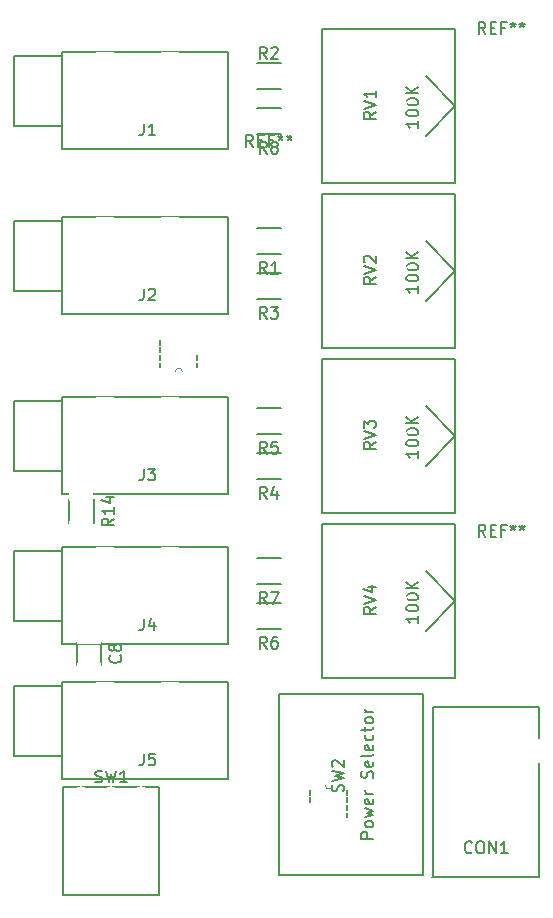
<source format=gbr>
G04 #@! TF.FileFunction,Legend,Top*
%FSLAX46Y46*%
G04 Gerber Fmt 4.6, Leading zero omitted, Abs format (unit mm)*
G04 Created by KiCad (PCBNEW 4.0.1-stable) date Tuesday, February 09, 2016 'PMt' 03:50:34 PM*
%MOMM*%
G01*
G04 APERTURE LIST*
%ADD10C,0.100000*%
%ADD11C,0.150000*%
%ADD12C,0.152400*%
%ADD13R,1.600000X2.600000*%
%ADD14R,2.000000X1.400000*%
%ADD15R,1.400000X2.000000*%
%ADD16O,1.650000X1.350000*%
%ADD17O,1.400000X1.950000*%
%ADD18R,1.300000X2.100000*%
%ADD19R,2.100000X1.300000*%
%ADD20C,1.900000*%
%ADD21C,1.700000*%
%ADD22R,1.400000X1.900000*%
%ADD23R,1.900000X1.400000*%
G04 APERTURE END LIST*
D10*
D11*
X47655000Y-109680000D02*
X51655000Y-109680000D01*
X47655000Y-103680000D02*
X47655000Y-109680000D01*
X47655000Y-103680000D02*
X51655000Y-103680000D01*
X65755000Y-103380000D02*
X65755000Y-111580000D01*
X51755000Y-103380000D02*
X51755000Y-111580000D01*
X51755000Y-103380000D02*
X65755000Y-103380000D01*
X51755000Y-111580000D02*
X65755000Y-111580000D01*
X47655000Y-85550000D02*
X51655000Y-85550000D01*
X47655000Y-79550000D02*
X47655000Y-85550000D01*
X47655000Y-79550000D02*
X51655000Y-79550000D01*
X65755000Y-79250000D02*
X65755000Y-87450000D01*
X51755000Y-79250000D02*
X51755000Y-87450000D01*
X51755000Y-79250000D02*
X65755000Y-79250000D01*
X51755000Y-87450000D02*
X65755000Y-87450000D01*
X55000000Y-101965000D02*
X55000000Y-99965000D01*
X52950000Y-99965000D02*
X52950000Y-101965000D01*
X92130000Y-105520000D02*
X83130000Y-105520000D01*
X83130000Y-119920000D02*
X83130000Y-105520000D01*
X92130000Y-119920000D02*
X83030000Y-119920000D01*
X92130000Y-119920000D02*
X92130000Y-105520000D01*
X47655000Y-56340000D02*
X51655000Y-56340000D01*
X47655000Y-50340000D02*
X47655000Y-56340000D01*
X47655000Y-50340000D02*
X51655000Y-50340000D01*
X65755000Y-50040000D02*
X65755000Y-58240000D01*
X51755000Y-50040000D02*
X51755000Y-58240000D01*
X51755000Y-50040000D02*
X65755000Y-50040000D01*
X51755000Y-58240000D02*
X65755000Y-58240000D01*
X47655000Y-70310000D02*
X51655000Y-70310000D01*
X47655000Y-64310000D02*
X47655000Y-70310000D01*
X47655000Y-64310000D02*
X51655000Y-64310000D01*
X65755000Y-64010000D02*
X65755000Y-72210000D01*
X51755000Y-64010000D02*
X51755000Y-72210000D01*
X51755000Y-64010000D02*
X65755000Y-64010000D01*
X51755000Y-72210000D02*
X65755000Y-72210000D01*
X47655000Y-98250000D02*
X51655000Y-98250000D01*
X47655000Y-92250000D02*
X47655000Y-98250000D01*
X47655000Y-92250000D02*
X51655000Y-92250000D01*
X65755000Y-91950000D02*
X65755000Y-100150000D01*
X51755000Y-91950000D02*
X51755000Y-100150000D01*
X51755000Y-91950000D02*
X65755000Y-91950000D01*
X51755000Y-100150000D02*
X65755000Y-100150000D01*
X68215000Y-64965000D02*
X70215000Y-64965000D01*
X70215000Y-67115000D02*
X68215000Y-67115000D01*
X68215000Y-50995000D02*
X70215000Y-50995000D01*
X70215000Y-53145000D02*
X68215000Y-53145000D01*
X68215000Y-68775000D02*
X70215000Y-68775000D01*
X70215000Y-70925000D02*
X68215000Y-70925000D01*
X68215000Y-84015000D02*
X70215000Y-84015000D01*
X70215000Y-86165000D02*
X68215000Y-86165000D01*
X68215000Y-80205000D02*
X70215000Y-80205000D01*
X70215000Y-82355000D02*
X68215000Y-82355000D01*
X68215000Y-96715000D02*
X70215000Y-96715000D01*
X70215000Y-98865000D02*
X68215000Y-98865000D01*
X68215000Y-92905000D02*
X70215000Y-92905000D01*
X70215000Y-95055000D02*
X68215000Y-95055000D01*
X68215000Y-54805000D02*
X70215000Y-54805000D01*
X70215000Y-56955000D02*
X68215000Y-56955000D01*
X52265000Y-89900000D02*
X52265000Y-87900000D01*
X54415000Y-87900000D02*
X54415000Y-89900000D01*
X85010000Y-54610000D02*
X82510000Y-57110000D01*
X85010000Y-54610000D02*
X82510000Y-52110000D01*
X85010000Y-61110000D02*
X73710000Y-61110000D01*
X73710000Y-48110000D02*
X85010000Y-48110000D01*
X85010000Y-48110000D02*
X85010000Y-61110000D01*
X73710000Y-48110000D02*
X73710000Y-61110000D01*
X85010000Y-68580000D02*
X82510000Y-71080000D01*
X85010000Y-68580000D02*
X82510000Y-66080000D01*
X85010000Y-75080000D02*
X73710000Y-75080000D01*
X73710000Y-62080000D02*
X85010000Y-62080000D01*
X85010000Y-62080000D02*
X85010000Y-75080000D01*
X73710000Y-62080000D02*
X73710000Y-75080000D01*
X85010000Y-82550000D02*
X82510000Y-85050000D01*
X85010000Y-82550000D02*
X82510000Y-80050000D01*
X85010000Y-89050000D02*
X73710000Y-89050000D01*
X73710000Y-76050000D02*
X85010000Y-76050000D01*
X85010000Y-76050000D02*
X85010000Y-89050000D01*
X73710000Y-76050000D02*
X73710000Y-89050000D01*
X85010000Y-96520000D02*
X82510000Y-99020000D01*
X85010000Y-96520000D02*
X82510000Y-94020000D01*
X85010000Y-103020000D02*
X73710000Y-103020000D01*
X73710000Y-90020000D02*
X85010000Y-90020000D01*
X85010000Y-90020000D02*
X85010000Y-103020000D01*
X73710000Y-90020000D02*
X73710000Y-103020000D01*
X59960000Y-121430000D02*
X51800000Y-121430000D01*
X51800000Y-112230000D02*
X51800000Y-121430000D01*
X59960000Y-112230000D02*
X59960000Y-121430000D01*
X59960000Y-112230000D02*
X51800000Y-112230000D01*
X82300000Y-104410000D02*
X82300000Y-119710000D01*
X82300000Y-119710000D02*
X70100000Y-119710000D01*
X70100000Y-104410000D02*
X70100000Y-119710000D01*
X70100000Y-104410000D02*
X82300000Y-104410000D01*
D12*
X60045600Y-76327000D02*
X60045600Y-76733400D01*
X60045600Y-75692000D02*
X60045600Y-76098400D01*
X60045600Y-75031600D02*
X60045600Y-75438000D01*
X60045600Y-74396600D02*
X60045600Y-74803000D01*
X63144400Y-76098400D02*
X63144400Y-75692000D01*
X63144400Y-76733400D02*
X63144400Y-76327000D01*
D10*
X61290200Y-77114400D02*
G75*
G02X61899800Y-77114400I304800J0D01*
G01*
D12*
X75844400Y-112903000D02*
X75844400Y-112496600D01*
X75844400Y-113538000D02*
X75844400Y-113131600D01*
X75844400Y-114198400D02*
X75844400Y-113792000D01*
X75844400Y-114833400D02*
X75844400Y-114427000D01*
X72745600Y-113131600D02*
X72745600Y-113538000D01*
X72745600Y-112496600D02*
X72745600Y-112903000D01*
D10*
X74599800Y-112115600D02*
G75*
G02X73990200Y-112115600I-304800J0D01*
G01*
D11*
X58621667Y-109432381D02*
X58621667Y-110146667D01*
X58574047Y-110289524D01*
X58478809Y-110384762D01*
X58335952Y-110432381D01*
X58240714Y-110432381D01*
X59574048Y-109432381D02*
X59097857Y-109432381D01*
X59050238Y-109908571D01*
X59097857Y-109860952D01*
X59193095Y-109813333D01*
X59431191Y-109813333D01*
X59526429Y-109860952D01*
X59574048Y-109908571D01*
X59621667Y-110003810D01*
X59621667Y-110241905D01*
X59574048Y-110337143D01*
X59526429Y-110384762D01*
X59431191Y-110432381D01*
X59193095Y-110432381D01*
X59097857Y-110384762D01*
X59050238Y-110337143D01*
X58621667Y-85302381D02*
X58621667Y-86016667D01*
X58574047Y-86159524D01*
X58478809Y-86254762D01*
X58335952Y-86302381D01*
X58240714Y-86302381D01*
X59002619Y-85302381D02*
X59621667Y-85302381D01*
X59288333Y-85683333D01*
X59431191Y-85683333D01*
X59526429Y-85730952D01*
X59574048Y-85778571D01*
X59621667Y-85873810D01*
X59621667Y-86111905D01*
X59574048Y-86207143D01*
X59526429Y-86254762D01*
X59431191Y-86302381D01*
X59145476Y-86302381D01*
X59050238Y-86254762D01*
X59002619Y-86207143D01*
X56632143Y-101131666D02*
X56679762Y-101179285D01*
X56727381Y-101322142D01*
X56727381Y-101417380D01*
X56679762Y-101560238D01*
X56584524Y-101655476D01*
X56489286Y-101703095D01*
X56298810Y-101750714D01*
X56155952Y-101750714D01*
X55965476Y-101703095D01*
X55870238Y-101655476D01*
X55775000Y-101560238D01*
X55727381Y-101417380D01*
X55727381Y-101322142D01*
X55775000Y-101179285D01*
X55822619Y-101131666D01*
X56155952Y-100560238D02*
X56108333Y-100655476D01*
X56060714Y-100703095D01*
X55965476Y-100750714D01*
X55917857Y-100750714D01*
X55822619Y-100703095D01*
X55775000Y-100655476D01*
X55727381Y-100560238D01*
X55727381Y-100369761D01*
X55775000Y-100274523D01*
X55822619Y-100226904D01*
X55917857Y-100179285D01*
X55965476Y-100179285D01*
X56060714Y-100226904D01*
X56108333Y-100274523D01*
X56155952Y-100369761D01*
X56155952Y-100560238D01*
X56203571Y-100655476D01*
X56251190Y-100703095D01*
X56346429Y-100750714D01*
X56536905Y-100750714D01*
X56632143Y-100703095D01*
X56679762Y-100655476D01*
X56727381Y-100560238D01*
X56727381Y-100369761D01*
X56679762Y-100274523D01*
X56632143Y-100226904D01*
X56536905Y-100179285D01*
X56346429Y-100179285D01*
X56251190Y-100226904D01*
X56203571Y-100274523D01*
X56155952Y-100369761D01*
X86415715Y-117777143D02*
X86368096Y-117824762D01*
X86225239Y-117872381D01*
X86130001Y-117872381D01*
X85987143Y-117824762D01*
X85891905Y-117729524D01*
X85844286Y-117634286D01*
X85796667Y-117443810D01*
X85796667Y-117300952D01*
X85844286Y-117110476D01*
X85891905Y-117015238D01*
X85987143Y-116920000D01*
X86130001Y-116872381D01*
X86225239Y-116872381D01*
X86368096Y-116920000D01*
X86415715Y-116967619D01*
X87034762Y-116872381D02*
X87225239Y-116872381D01*
X87320477Y-116920000D01*
X87415715Y-117015238D01*
X87463334Y-117205714D01*
X87463334Y-117539048D01*
X87415715Y-117729524D01*
X87320477Y-117824762D01*
X87225239Y-117872381D01*
X87034762Y-117872381D01*
X86939524Y-117824762D01*
X86844286Y-117729524D01*
X86796667Y-117539048D01*
X86796667Y-117205714D01*
X86844286Y-117015238D01*
X86939524Y-116920000D01*
X87034762Y-116872381D01*
X87891905Y-117872381D02*
X87891905Y-116872381D01*
X88463334Y-117872381D01*
X88463334Y-116872381D01*
X89463334Y-117872381D02*
X88891905Y-117872381D01*
X89177619Y-117872381D02*
X89177619Y-116872381D01*
X89082381Y-117015238D01*
X88987143Y-117110476D01*
X88891905Y-117158095D01*
X58621667Y-56092381D02*
X58621667Y-56806667D01*
X58574047Y-56949524D01*
X58478809Y-57044762D01*
X58335952Y-57092381D01*
X58240714Y-57092381D01*
X59621667Y-57092381D02*
X59050238Y-57092381D01*
X59335952Y-57092381D02*
X59335952Y-56092381D01*
X59240714Y-56235238D01*
X59145476Y-56330476D01*
X59050238Y-56378095D01*
X58621667Y-70062381D02*
X58621667Y-70776667D01*
X58574047Y-70919524D01*
X58478809Y-71014762D01*
X58335952Y-71062381D01*
X58240714Y-71062381D01*
X59050238Y-70157619D02*
X59097857Y-70110000D01*
X59193095Y-70062381D01*
X59431191Y-70062381D01*
X59526429Y-70110000D01*
X59574048Y-70157619D01*
X59621667Y-70252857D01*
X59621667Y-70348095D01*
X59574048Y-70490952D01*
X59002619Y-71062381D01*
X59621667Y-71062381D01*
X58621667Y-98002381D02*
X58621667Y-98716667D01*
X58574047Y-98859524D01*
X58478809Y-98954762D01*
X58335952Y-99002381D01*
X58240714Y-99002381D01*
X59526429Y-98335714D02*
X59526429Y-99002381D01*
X59288333Y-97954762D02*
X59050238Y-98669048D01*
X59669286Y-98669048D01*
X69048334Y-68792381D02*
X68715000Y-68316190D01*
X68476905Y-68792381D02*
X68476905Y-67792381D01*
X68857858Y-67792381D01*
X68953096Y-67840000D01*
X69000715Y-67887619D01*
X69048334Y-67982857D01*
X69048334Y-68125714D01*
X69000715Y-68220952D01*
X68953096Y-68268571D01*
X68857858Y-68316190D01*
X68476905Y-68316190D01*
X70000715Y-68792381D02*
X69429286Y-68792381D01*
X69715000Y-68792381D02*
X69715000Y-67792381D01*
X69619762Y-67935238D01*
X69524524Y-68030476D01*
X69429286Y-68078095D01*
X69048334Y-50617381D02*
X68715000Y-50141190D01*
X68476905Y-50617381D02*
X68476905Y-49617381D01*
X68857858Y-49617381D01*
X68953096Y-49665000D01*
X69000715Y-49712619D01*
X69048334Y-49807857D01*
X69048334Y-49950714D01*
X69000715Y-50045952D01*
X68953096Y-50093571D01*
X68857858Y-50141190D01*
X68476905Y-50141190D01*
X69429286Y-49712619D02*
X69476905Y-49665000D01*
X69572143Y-49617381D01*
X69810239Y-49617381D01*
X69905477Y-49665000D01*
X69953096Y-49712619D01*
X70000715Y-49807857D01*
X70000715Y-49903095D01*
X69953096Y-50045952D01*
X69381667Y-50617381D01*
X70000715Y-50617381D01*
X69048334Y-72602381D02*
X68715000Y-72126190D01*
X68476905Y-72602381D02*
X68476905Y-71602381D01*
X68857858Y-71602381D01*
X68953096Y-71650000D01*
X69000715Y-71697619D01*
X69048334Y-71792857D01*
X69048334Y-71935714D01*
X69000715Y-72030952D01*
X68953096Y-72078571D01*
X68857858Y-72126190D01*
X68476905Y-72126190D01*
X69381667Y-71602381D02*
X70000715Y-71602381D01*
X69667381Y-71983333D01*
X69810239Y-71983333D01*
X69905477Y-72030952D01*
X69953096Y-72078571D01*
X70000715Y-72173810D01*
X70000715Y-72411905D01*
X69953096Y-72507143D01*
X69905477Y-72554762D01*
X69810239Y-72602381D01*
X69524524Y-72602381D01*
X69429286Y-72554762D01*
X69381667Y-72507143D01*
X69048334Y-87842381D02*
X68715000Y-87366190D01*
X68476905Y-87842381D02*
X68476905Y-86842381D01*
X68857858Y-86842381D01*
X68953096Y-86890000D01*
X69000715Y-86937619D01*
X69048334Y-87032857D01*
X69048334Y-87175714D01*
X69000715Y-87270952D01*
X68953096Y-87318571D01*
X68857858Y-87366190D01*
X68476905Y-87366190D01*
X69905477Y-87175714D02*
X69905477Y-87842381D01*
X69667381Y-86794762D02*
X69429286Y-87509048D01*
X70048334Y-87509048D01*
X69048334Y-84032381D02*
X68715000Y-83556190D01*
X68476905Y-84032381D02*
X68476905Y-83032381D01*
X68857858Y-83032381D01*
X68953096Y-83080000D01*
X69000715Y-83127619D01*
X69048334Y-83222857D01*
X69048334Y-83365714D01*
X69000715Y-83460952D01*
X68953096Y-83508571D01*
X68857858Y-83556190D01*
X68476905Y-83556190D01*
X69953096Y-83032381D02*
X69476905Y-83032381D01*
X69429286Y-83508571D01*
X69476905Y-83460952D01*
X69572143Y-83413333D01*
X69810239Y-83413333D01*
X69905477Y-83460952D01*
X69953096Y-83508571D01*
X70000715Y-83603810D01*
X70000715Y-83841905D01*
X69953096Y-83937143D01*
X69905477Y-83984762D01*
X69810239Y-84032381D01*
X69572143Y-84032381D01*
X69476905Y-83984762D01*
X69429286Y-83937143D01*
X69048334Y-100542381D02*
X68715000Y-100066190D01*
X68476905Y-100542381D02*
X68476905Y-99542381D01*
X68857858Y-99542381D01*
X68953096Y-99590000D01*
X69000715Y-99637619D01*
X69048334Y-99732857D01*
X69048334Y-99875714D01*
X69000715Y-99970952D01*
X68953096Y-100018571D01*
X68857858Y-100066190D01*
X68476905Y-100066190D01*
X69905477Y-99542381D02*
X69715000Y-99542381D01*
X69619762Y-99590000D01*
X69572143Y-99637619D01*
X69476905Y-99780476D01*
X69429286Y-99970952D01*
X69429286Y-100351905D01*
X69476905Y-100447143D01*
X69524524Y-100494762D01*
X69619762Y-100542381D01*
X69810239Y-100542381D01*
X69905477Y-100494762D01*
X69953096Y-100447143D01*
X70000715Y-100351905D01*
X70000715Y-100113810D01*
X69953096Y-100018571D01*
X69905477Y-99970952D01*
X69810239Y-99923333D01*
X69619762Y-99923333D01*
X69524524Y-99970952D01*
X69476905Y-100018571D01*
X69429286Y-100113810D01*
X69048334Y-96732381D02*
X68715000Y-96256190D01*
X68476905Y-96732381D02*
X68476905Y-95732381D01*
X68857858Y-95732381D01*
X68953096Y-95780000D01*
X69000715Y-95827619D01*
X69048334Y-95922857D01*
X69048334Y-96065714D01*
X69000715Y-96160952D01*
X68953096Y-96208571D01*
X68857858Y-96256190D01*
X68476905Y-96256190D01*
X69381667Y-95732381D02*
X70048334Y-95732381D01*
X69619762Y-96732381D01*
X69048334Y-58632381D02*
X68715000Y-58156190D01*
X68476905Y-58632381D02*
X68476905Y-57632381D01*
X68857858Y-57632381D01*
X68953096Y-57680000D01*
X69000715Y-57727619D01*
X69048334Y-57822857D01*
X69048334Y-57965714D01*
X69000715Y-58060952D01*
X68953096Y-58108571D01*
X68857858Y-58156190D01*
X68476905Y-58156190D01*
X69619762Y-58060952D02*
X69524524Y-58013333D01*
X69476905Y-57965714D01*
X69429286Y-57870476D01*
X69429286Y-57822857D01*
X69476905Y-57727619D01*
X69524524Y-57680000D01*
X69619762Y-57632381D01*
X69810239Y-57632381D01*
X69905477Y-57680000D01*
X69953096Y-57727619D01*
X70000715Y-57822857D01*
X70000715Y-57870476D01*
X69953096Y-57965714D01*
X69905477Y-58013333D01*
X69810239Y-58060952D01*
X69619762Y-58060952D01*
X69524524Y-58108571D01*
X69476905Y-58156190D01*
X69429286Y-58251429D01*
X69429286Y-58441905D01*
X69476905Y-58537143D01*
X69524524Y-58584762D01*
X69619762Y-58632381D01*
X69810239Y-58632381D01*
X69905477Y-58584762D01*
X69953096Y-58537143D01*
X70000715Y-58441905D01*
X70000715Y-58251429D01*
X69953096Y-58156190D01*
X69905477Y-58108571D01*
X69810239Y-58060952D01*
X56092381Y-89542857D02*
X55616190Y-89876191D01*
X56092381Y-90114286D02*
X55092381Y-90114286D01*
X55092381Y-89733333D01*
X55140000Y-89638095D01*
X55187619Y-89590476D01*
X55282857Y-89542857D01*
X55425714Y-89542857D01*
X55520952Y-89590476D01*
X55568571Y-89638095D01*
X55616190Y-89733333D01*
X55616190Y-90114286D01*
X56092381Y-88590476D02*
X56092381Y-89161905D01*
X56092381Y-88876191D02*
X55092381Y-88876191D01*
X55235238Y-88971429D01*
X55330476Y-89066667D01*
X55378095Y-89161905D01*
X55425714Y-87733333D02*
X56092381Y-87733333D01*
X55044762Y-87971429D02*
X55759048Y-88209524D01*
X55759048Y-87590476D01*
X78262381Y-55105238D02*
X77786190Y-55438572D01*
X78262381Y-55676667D02*
X77262381Y-55676667D01*
X77262381Y-55295714D01*
X77310000Y-55200476D01*
X77357619Y-55152857D01*
X77452857Y-55105238D01*
X77595714Y-55105238D01*
X77690952Y-55152857D01*
X77738571Y-55200476D01*
X77786190Y-55295714D01*
X77786190Y-55676667D01*
X77262381Y-54819524D02*
X78262381Y-54486191D01*
X77262381Y-54152857D01*
X78262381Y-53295714D02*
X78262381Y-53867143D01*
X78262381Y-53581429D02*
X77262381Y-53581429D01*
X77405238Y-53676667D01*
X77500476Y-53771905D01*
X77548095Y-53867143D01*
X81862381Y-55876666D02*
X81862381Y-56448095D01*
X81862381Y-56162381D02*
X80862381Y-56162381D01*
X81005238Y-56257619D01*
X81100476Y-56352857D01*
X81148095Y-56448095D01*
X80862381Y-55257619D02*
X80862381Y-55162380D01*
X80910000Y-55067142D01*
X80957619Y-55019523D01*
X81052857Y-54971904D01*
X81243333Y-54924285D01*
X81481429Y-54924285D01*
X81671905Y-54971904D01*
X81767143Y-55019523D01*
X81814762Y-55067142D01*
X81862381Y-55162380D01*
X81862381Y-55257619D01*
X81814762Y-55352857D01*
X81767143Y-55400476D01*
X81671905Y-55448095D01*
X81481429Y-55495714D01*
X81243333Y-55495714D01*
X81052857Y-55448095D01*
X80957619Y-55400476D01*
X80910000Y-55352857D01*
X80862381Y-55257619D01*
X80862381Y-54305238D02*
X80862381Y-54209999D01*
X80910000Y-54114761D01*
X80957619Y-54067142D01*
X81052857Y-54019523D01*
X81243333Y-53971904D01*
X81481429Y-53971904D01*
X81671905Y-54019523D01*
X81767143Y-54067142D01*
X81814762Y-54114761D01*
X81862381Y-54209999D01*
X81862381Y-54305238D01*
X81814762Y-54400476D01*
X81767143Y-54448095D01*
X81671905Y-54495714D01*
X81481429Y-54543333D01*
X81243333Y-54543333D01*
X81052857Y-54495714D01*
X80957619Y-54448095D01*
X80910000Y-54400476D01*
X80862381Y-54305238D01*
X81862381Y-53543333D02*
X80862381Y-53543333D01*
X81862381Y-52971904D02*
X81290952Y-53400476D01*
X80862381Y-52971904D02*
X81433810Y-53543333D01*
X78262381Y-69075238D02*
X77786190Y-69408572D01*
X78262381Y-69646667D02*
X77262381Y-69646667D01*
X77262381Y-69265714D01*
X77310000Y-69170476D01*
X77357619Y-69122857D01*
X77452857Y-69075238D01*
X77595714Y-69075238D01*
X77690952Y-69122857D01*
X77738571Y-69170476D01*
X77786190Y-69265714D01*
X77786190Y-69646667D01*
X77262381Y-68789524D02*
X78262381Y-68456191D01*
X77262381Y-68122857D01*
X77357619Y-67837143D02*
X77310000Y-67789524D01*
X77262381Y-67694286D01*
X77262381Y-67456190D01*
X77310000Y-67360952D01*
X77357619Y-67313333D01*
X77452857Y-67265714D01*
X77548095Y-67265714D01*
X77690952Y-67313333D01*
X78262381Y-67884762D01*
X78262381Y-67265714D01*
X81862381Y-69846666D02*
X81862381Y-70418095D01*
X81862381Y-70132381D02*
X80862381Y-70132381D01*
X81005238Y-70227619D01*
X81100476Y-70322857D01*
X81148095Y-70418095D01*
X80862381Y-69227619D02*
X80862381Y-69132380D01*
X80910000Y-69037142D01*
X80957619Y-68989523D01*
X81052857Y-68941904D01*
X81243333Y-68894285D01*
X81481429Y-68894285D01*
X81671905Y-68941904D01*
X81767143Y-68989523D01*
X81814762Y-69037142D01*
X81862381Y-69132380D01*
X81862381Y-69227619D01*
X81814762Y-69322857D01*
X81767143Y-69370476D01*
X81671905Y-69418095D01*
X81481429Y-69465714D01*
X81243333Y-69465714D01*
X81052857Y-69418095D01*
X80957619Y-69370476D01*
X80910000Y-69322857D01*
X80862381Y-69227619D01*
X80862381Y-68275238D02*
X80862381Y-68179999D01*
X80910000Y-68084761D01*
X80957619Y-68037142D01*
X81052857Y-67989523D01*
X81243333Y-67941904D01*
X81481429Y-67941904D01*
X81671905Y-67989523D01*
X81767143Y-68037142D01*
X81814762Y-68084761D01*
X81862381Y-68179999D01*
X81862381Y-68275238D01*
X81814762Y-68370476D01*
X81767143Y-68418095D01*
X81671905Y-68465714D01*
X81481429Y-68513333D01*
X81243333Y-68513333D01*
X81052857Y-68465714D01*
X80957619Y-68418095D01*
X80910000Y-68370476D01*
X80862381Y-68275238D01*
X81862381Y-67513333D02*
X80862381Y-67513333D01*
X81862381Y-66941904D02*
X81290952Y-67370476D01*
X80862381Y-66941904D02*
X81433810Y-67513333D01*
X78262381Y-83045238D02*
X77786190Y-83378572D01*
X78262381Y-83616667D02*
X77262381Y-83616667D01*
X77262381Y-83235714D01*
X77310000Y-83140476D01*
X77357619Y-83092857D01*
X77452857Y-83045238D01*
X77595714Y-83045238D01*
X77690952Y-83092857D01*
X77738571Y-83140476D01*
X77786190Y-83235714D01*
X77786190Y-83616667D01*
X77262381Y-82759524D02*
X78262381Y-82426191D01*
X77262381Y-82092857D01*
X77262381Y-81854762D02*
X77262381Y-81235714D01*
X77643333Y-81569048D01*
X77643333Y-81426190D01*
X77690952Y-81330952D01*
X77738571Y-81283333D01*
X77833810Y-81235714D01*
X78071905Y-81235714D01*
X78167143Y-81283333D01*
X78214762Y-81330952D01*
X78262381Y-81426190D01*
X78262381Y-81711905D01*
X78214762Y-81807143D01*
X78167143Y-81854762D01*
X81862381Y-83816666D02*
X81862381Y-84388095D01*
X81862381Y-84102381D02*
X80862381Y-84102381D01*
X81005238Y-84197619D01*
X81100476Y-84292857D01*
X81148095Y-84388095D01*
X80862381Y-83197619D02*
X80862381Y-83102380D01*
X80910000Y-83007142D01*
X80957619Y-82959523D01*
X81052857Y-82911904D01*
X81243333Y-82864285D01*
X81481429Y-82864285D01*
X81671905Y-82911904D01*
X81767143Y-82959523D01*
X81814762Y-83007142D01*
X81862381Y-83102380D01*
X81862381Y-83197619D01*
X81814762Y-83292857D01*
X81767143Y-83340476D01*
X81671905Y-83388095D01*
X81481429Y-83435714D01*
X81243333Y-83435714D01*
X81052857Y-83388095D01*
X80957619Y-83340476D01*
X80910000Y-83292857D01*
X80862381Y-83197619D01*
X80862381Y-82245238D02*
X80862381Y-82149999D01*
X80910000Y-82054761D01*
X80957619Y-82007142D01*
X81052857Y-81959523D01*
X81243333Y-81911904D01*
X81481429Y-81911904D01*
X81671905Y-81959523D01*
X81767143Y-82007142D01*
X81814762Y-82054761D01*
X81862381Y-82149999D01*
X81862381Y-82245238D01*
X81814762Y-82340476D01*
X81767143Y-82388095D01*
X81671905Y-82435714D01*
X81481429Y-82483333D01*
X81243333Y-82483333D01*
X81052857Y-82435714D01*
X80957619Y-82388095D01*
X80910000Y-82340476D01*
X80862381Y-82245238D01*
X81862381Y-81483333D02*
X80862381Y-81483333D01*
X81862381Y-80911904D02*
X81290952Y-81340476D01*
X80862381Y-80911904D02*
X81433810Y-81483333D01*
X78262381Y-97015238D02*
X77786190Y-97348572D01*
X78262381Y-97586667D02*
X77262381Y-97586667D01*
X77262381Y-97205714D01*
X77310000Y-97110476D01*
X77357619Y-97062857D01*
X77452857Y-97015238D01*
X77595714Y-97015238D01*
X77690952Y-97062857D01*
X77738571Y-97110476D01*
X77786190Y-97205714D01*
X77786190Y-97586667D01*
X77262381Y-96729524D02*
X78262381Y-96396191D01*
X77262381Y-96062857D01*
X77595714Y-95300952D02*
X78262381Y-95300952D01*
X77214762Y-95539048D02*
X77929048Y-95777143D01*
X77929048Y-95158095D01*
X81862381Y-97786666D02*
X81862381Y-98358095D01*
X81862381Y-98072381D02*
X80862381Y-98072381D01*
X81005238Y-98167619D01*
X81100476Y-98262857D01*
X81148095Y-98358095D01*
X80862381Y-97167619D02*
X80862381Y-97072380D01*
X80910000Y-96977142D01*
X80957619Y-96929523D01*
X81052857Y-96881904D01*
X81243333Y-96834285D01*
X81481429Y-96834285D01*
X81671905Y-96881904D01*
X81767143Y-96929523D01*
X81814762Y-96977142D01*
X81862381Y-97072380D01*
X81862381Y-97167619D01*
X81814762Y-97262857D01*
X81767143Y-97310476D01*
X81671905Y-97358095D01*
X81481429Y-97405714D01*
X81243333Y-97405714D01*
X81052857Y-97358095D01*
X80957619Y-97310476D01*
X80910000Y-97262857D01*
X80862381Y-97167619D01*
X80862381Y-96215238D02*
X80862381Y-96119999D01*
X80910000Y-96024761D01*
X80957619Y-95977142D01*
X81052857Y-95929523D01*
X81243333Y-95881904D01*
X81481429Y-95881904D01*
X81671905Y-95929523D01*
X81767143Y-95977142D01*
X81814762Y-96024761D01*
X81862381Y-96119999D01*
X81862381Y-96215238D01*
X81814762Y-96310476D01*
X81767143Y-96358095D01*
X81671905Y-96405714D01*
X81481429Y-96453333D01*
X81243333Y-96453333D01*
X81052857Y-96405714D01*
X80957619Y-96358095D01*
X80910000Y-96310476D01*
X80862381Y-96215238D01*
X81862381Y-95453333D02*
X80862381Y-95453333D01*
X81862381Y-94881904D02*
X81290952Y-95310476D01*
X80862381Y-94881904D02*
X81433810Y-95453333D01*
X54546667Y-111834762D02*
X54689524Y-111882381D01*
X54927620Y-111882381D01*
X55022858Y-111834762D01*
X55070477Y-111787143D01*
X55118096Y-111691905D01*
X55118096Y-111596667D01*
X55070477Y-111501429D01*
X55022858Y-111453810D01*
X54927620Y-111406190D01*
X54737143Y-111358571D01*
X54641905Y-111310952D01*
X54594286Y-111263333D01*
X54546667Y-111168095D01*
X54546667Y-111072857D01*
X54594286Y-110977619D01*
X54641905Y-110930000D01*
X54737143Y-110882381D01*
X54975239Y-110882381D01*
X55118096Y-110930000D01*
X55451429Y-110882381D02*
X55689524Y-111882381D01*
X55880001Y-111168095D01*
X56070477Y-111882381D01*
X56308572Y-110882381D01*
X57213334Y-111882381D02*
X56641905Y-111882381D01*
X56927619Y-111882381D02*
X56927619Y-110882381D01*
X56832381Y-111025238D01*
X56737143Y-111120476D01*
X56641905Y-111168095D01*
X75504762Y-112643333D02*
X75552381Y-112500476D01*
X75552381Y-112262380D01*
X75504762Y-112167142D01*
X75457143Y-112119523D01*
X75361905Y-112071904D01*
X75266667Y-112071904D01*
X75171429Y-112119523D01*
X75123810Y-112167142D01*
X75076190Y-112262380D01*
X75028571Y-112452857D01*
X74980952Y-112548095D01*
X74933333Y-112595714D01*
X74838095Y-112643333D01*
X74742857Y-112643333D01*
X74647619Y-112595714D01*
X74600000Y-112548095D01*
X74552381Y-112452857D01*
X74552381Y-112214761D01*
X74600000Y-112071904D01*
X74552381Y-111738571D02*
X75552381Y-111500476D01*
X74838095Y-111309999D01*
X75552381Y-111119523D01*
X74552381Y-110881428D01*
X74647619Y-110548095D02*
X74600000Y-110500476D01*
X74552381Y-110405238D01*
X74552381Y-110167142D01*
X74600000Y-110071904D01*
X74647619Y-110024285D01*
X74742857Y-109976666D01*
X74838095Y-109976666D01*
X74980952Y-110024285D01*
X75552381Y-110595714D01*
X75552381Y-109976666D01*
X78052381Y-116638573D02*
X77052381Y-116638573D01*
X77052381Y-116257620D01*
X77100000Y-116162382D01*
X77147619Y-116114763D01*
X77242857Y-116067144D01*
X77385714Y-116067144D01*
X77480952Y-116114763D01*
X77528571Y-116162382D01*
X77576190Y-116257620D01*
X77576190Y-116638573D01*
X78052381Y-115495716D02*
X78004762Y-115590954D01*
X77957143Y-115638573D01*
X77861905Y-115686192D01*
X77576190Y-115686192D01*
X77480952Y-115638573D01*
X77433333Y-115590954D01*
X77385714Y-115495716D01*
X77385714Y-115352858D01*
X77433333Y-115257620D01*
X77480952Y-115210001D01*
X77576190Y-115162382D01*
X77861905Y-115162382D01*
X77957143Y-115210001D01*
X78004762Y-115257620D01*
X78052381Y-115352858D01*
X78052381Y-115495716D01*
X77385714Y-114829049D02*
X78052381Y-114638573D01*
X77576190Y-114448096D01*
X78052381Y-114257620D01*
X77385714Y-114067144D01*
X78004762Y-113305239D02*
X78052381Y-113400477D01*
X78052381Y-113590954D01*
X78004762Y-113686192D01*
X77909524Y-113733811D01*
X77528571Y-113733811D01*
X77433333Y-113686192D01*
X77385714Y-113590954D01*
X77385714Y-113400477D01*
X77433333Y-113305239D01*
X77528571Y-113257620D01*
X77623810Y-113257620D01*
X77719048Y-113733811D01*
X78052381Y-112829049D02*
X77385714Y-112829049D01*
X77576190Y-112829049D02*
X77480952Y-112781430D01*
X77433333Y-112733811D01*
X77385714Y-112638573D01*
X77385714Y-112543334D01*
X78004762Y-111495715D02*
X78052381Y-111352858D01*
X78052381Y-111114762D01*
X78004762Y-111019524D01*
X77957143Y-110971905D01*
X77861905Y-110924286D01*
X77766667Y-110924286D01*
X77671429Y-110971905D01*
X77623810Y-111019524D01*
X77576190Y-111114762D01*
X77528571Y-111305239D01*
X77480952Y-111400477D01*
X77433333Y-111448096D01*
X77338095Y-111495715D01*
X77242857Y-111495715D01*
X77147619Y-111448096D01*
X77100000Y-111400477D01*
X77052381Y-111305239D01*
X77052381Y-111067143D01*
X77100000Y-110924286D01*
X78004762Y-110114762D02*
X78052381Y-110210000D01*
X78052381Y-110400477D01*
X78004762Y-110495715D01*
X77909524Y-110543334D01*
X77528571Y-110543334D01*
X77433333Y-110495715D01*
X77385714Y-110400477D01*
X77385714Y-110210000D01*
X77433333Y-110114762D01*
X77528571Y-110067143D01*
X77623810Y-110067143D01*
X77719048Y-110543334D01*
X78052381Y-109495715D02*
X78004762Y-109590953D01*
X77909524Y-109638572D01*
X77052381Y-109638572D01*
X78004762Y-108733809D02*
X78052381Y-108829047D01*
X78052381Y-109019524D01*
X78004762Y-109114762D01*
X77909524Y-109162381D01*
X77528571Y-109162381D01*
X77433333Y-109114762D01*
X77385714Y-109019524D01*
X77385714Y-108829047D01*
X77433333Y-108733809D01*
X77528571Y-108686190D01*
X77623810Y-108686190D01*
X77719048Y-109162381D01*
X78004762Y-107829047D02*
X78052381Y-107924285D01*
X78052381Y-108114762D01*
X78004762Y-108210000D01*
X77957143Y-108257619D01*
X77861905Y-108305238D01*
X77576190Y-108305238D01*
X77480952Y-108257619D01*
X77433333Y-108210000D01*
X77385714Y-108114762D01*
X77385714Y-107924285D01*
X77433333Y-107829047D01*
X77385714Y-107543333D02*
X77385714Y-107162381D01*
X77052381Y-107400476D02*
X77909524Y-107400476D01*
X78004762Y-107352857D01*
X78052381Y-107257619D01*
X78052381Y-107162381D01*
X78052381Y-106686190D02*
X78004762Y-106781428D01*
X77957143Y-106829047D01*
X77861905Y-106876666D01*
X77576190Y-106876666D01*
X77480952Y-106829047D01*
X77433333Y-106781428D01*
X77385714Y-106686190D01*
X77385714Y-106543332D01*
X77433333Y-106448094D01*
X77480952Y-106400475D01*
X77576190Y-106352856D01*
X77861905Y-106352856D01*
X77957143Y-106400475D01*
X78004762Y-106448094D01*
X78052381Y-106543332D01*
X78052381Y-106686190D01*
X78052381Y-105924285D02*
X77385714Y-105924285D01*
X77576190Y-105924285D02*
X77480952Y-105876666D01*
X77433333Y-105829047D01*
X77385714Y-105733809D01*
X77385714Y-105638570D01*
X87566667Y-48521881D02*
X87233333Y-48045690D01*
X86995238Y-48521881D02*
X86995238Y-47521881D01*
X87376191Y-47521881D01*
X87471429Y-47569500D01*
X87519048Y-47617119D01*
X87566667Y-47712357D01*
X87566667Y-47855214D01*
X87519048Y-47950452D01*
X87471429Y-47998071D01*
X87376191Y-48045690D01*
X86995238Y-48045690D01*
X87995238Y-47998071D02*
X88328572Y-47998071D01*
X88471429Y-48521881D02*
X87995238Y-48521881D01*
X87995238Y-47521881D01*
X88471429Y-47521881D01*
X89233334Y-47998071D02*
X88900000Y-47998071D01*
X88900000Y-48521881D02*
X88900000Y-47521881D01*
X89376191Y-47521881D01*
X89900000Y-47521881D02*
X89900000Y-47759976D01*
X89661905Y-47664738D02*
X89900000Y-47759976D01*
X90138096Y-47664738D01*
X89757143Y-47950452D02*
X89900000Y-47759976D01*
X90042858Y-47950452D01*
X90661905Y-47521881D02*
X90661905Y-47759976D01*
X90423810Y-47664738D02*
X90661905Y-47759976D01*
X90900001Y-47664738D01*
X90519048Y-47950452D02*
X90661905Y-47759976D01*
X90804763Y-47950452D01*
X87566667Y-91066881D02*
X87233333Y-90590690D01*
X86995238Y-91066881D02*
X86995238Y-90066881D01*
X87376191Y-90066881D01*
X87471429Y-90114500D01*
X87519048Y-90162119D01*
X87566667Y-90257357D01*
X87566667Y-90400214D01*
X87519048Y-90495452D01*
X87471429Y-90543071D01*
X87376191Y-90590690D01*
X86995238Y-90590690D01*
X87995238Y-90543071D02*
X88328572Y-90543071D01*
X88471429Y-91066881D02*
X87995238Y-91066881D01*
X87995238Y-90066881D01*
X88471429Y-90066881D01*
X89233334Y-90543071D02*
X88900000Y-90543071D01*
X88900000Y-91066881D02*
X88900000Y-90066881D01*
X89376191Y-90066881D01*
X89900000Y-90066881D02*
X89900000Y-90304976D01*
X89661905Y-90209738D02*
X89900000Y-90304976D01*
X90138096Y-90209738D01*
X89757143Y-90495452D02*
X89900000Y-90304976D01*
X90042858Y-90495452D01*
X90661905Y-90066881D02*
X90661905Y-90304976D01*
X90423810Y-90209738D02*
X90661905Y-90304976D01*
X90900001Y-90209738D01*
X90519048Y-90495452D02*
X90661905Y-90304976D01*
X90804763Y-90495452D01*
X67881667Y-58046881D02*
X67548333Y-57570690D01*
X67310238Y-58046881D02*
X67310238Y-57046881D01*
X67691191Y-57046881D01*
X67786429Y-57094500D01*
X67834048Y-57142119D01*
X67881667Y-57237357D01*
X67881667Y-57380214D01*
X67834048Y-57475452D01*
X67786429Y-57523071D01*
X67691191Y-57570690D01*
X67310238Y-57570690D01*
X68310238Y-57523071D02*
X68643572Y-57523071D01*
X68786429Y-58046881D02*
X68310238Y-58046881D01*
X68310238Y-57046881D01*
X68786429Y-57046881D01*
X69548334Y-57523071D02*
X69215000Y-57523071D01*
X69215000Y-58046881D02*
X69215000Y-57046881D01*
X69691191Y-57046881D01*
X70215000Y-57046881D02*
X70215000Y-57284976D01*
X69976905Y-57189738D02*
X70215000Y-57284976D01*
X70453096Y-57189738D01*
X70072143Y-57475452D02*
X70215000Y-57284976D01*
X70357858Y-57475452D01*
X70976905Y-57046881D02*
X70976905Y-57284976D01*
X70738810Y-57189738D02*
X70976905Y-57284976D01*
X71215001Y-57189738D01*
X70834048Y-57475452D02*
X70976905Y-57284976D01*
X71119763Y-57475452D01*
%LPC*%
D13*
X52955000Y-107580000D03*
X55355000Y-104680000D03*
X60855000Y-104680000D03*
X64555000Y-107580000D03*
X59055000Y-107580000D03*
X52955000Y-83450000D03*
X55355000Y-80550000D03*
X60855000Y-80550000D03*
X64555000Y-83450000D03*
X59055000Y-83450000D03*
D14*
X53975000Y-99465000D03*
X53975000Y-102465000D03*
X87630000Y-112220000D03*
D15*
X92330000Y-109220000D03*
D14*
X87630000Y-106220000D03*
D13*
X52955000Y-54240000D03*
X55355000Y-51340000D03*
X60855000Y-51340000D03*
X64555000Y-54240000D03*
X59055000Y-54240000D03*
X52955000Y-68210000D03*
X55355000Y-65310000D03*
X60855000Y-65310000D03*
X64555000Y-68210000D03*
X59055000Y-68210000D03*
X52955000Y-96150000D03*
X55355000Y-93250000D03*
X60855000Y-93250000D03*
X64555000Y-96150000D03*
X59055000Y-96150000D03*
D16*
X67905900Y-114007460D03*
X62905900Y-114007460D03*
D17*
X68905900Y-116707460D03*
X61905900Y-116707460D03*
D18*
X70665000Y-66040000D03*
X67765000Y-66040000D03*
X70665000Y-52070000D03*
X67765000Y-52070000D03*
X70665000Y-69850000D03*
X67765000Y-69850000D03*
X70665000Y-85090000D03*
X67765000Y-85090000D03*
X70665000Y-81280000D03*
X67765000Y-81280000D03*
X70665000Y-97790000D03*
X67765000Y-97790000D03*
X70665000Y-93980000D03*
X67765000Y-93980000D03*
X70665000Y-55880000D03*
X67765000Y-55880000D03*
D19*
X53340000Y-87450000D03*
X53340000Y-90350000D03*
D20*
X80010000Y-54610000D03*
X80010000Y-50860000D03*
X80010000Y-58360000D03*
X75010000Y-50860000D03*
X75010000Y-54610000D03*
X75010000Y-58360000D03*
X80010000Y-68580000D03*
X80010000Y-64830000D03*
X80010000Y-72330000D03*
X75010000Y-64830000D03*
X75010000Y-68580000D03*
X75010000Y-72330000D03*
X80010000Y-82550000D03*
X80010000Y-78800000D03*
X80010000Y-86300000D03*
X75010000Y-78800000D03*
X75010000Y-82550000D03*
X75010000Y-86300000D03*
X80010000Y-96520000D03*
X80010000Y-92770000D03*
X80010000Y-100270000D03*
X75010000Y-92770000D03*
X75010000Y-96520000D03*
X75010000Y-100270000D03*
D21*
X58420000Y-113030000D03*
X55880000Y-113030000D03*
X53340000Y-113030000D03*
X53340000Y-115570000D03*
X58420000Y-115570000D03*
D22*
X80890000Y-105410000D03*
X76200000Y-105410000D03*
X71510000Y-105410000D03*
D23*
X78740000Y-118110000D03*
X73660000Y-118110000D03*
M02*

</source>
